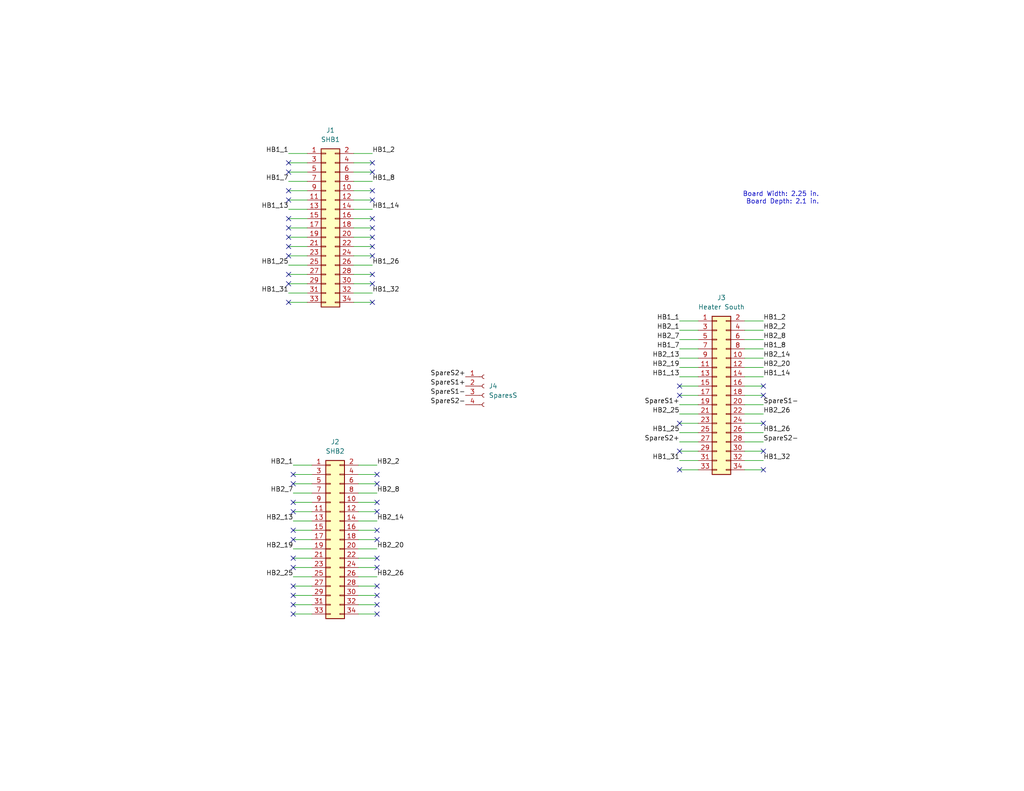
<source format=kicad_sch>
(kicad_sch (version 20230121) (generator eeschema)
  (paper "USLetter")
  (title_block (title "Heater Pass Through North") (rev "A") (company "The Ohio State University"))
  (lib_symbols
    (symbol "Connector:Conn_01x04_Socket" (pin_names (offset 1.016) hide)
      (property "Reference" "J" (at 0 5.08 0))
      (property "Value" "Conn_01x04_Socket" (at 0 -7.62 0))
      (symbol "Conn_01x04_Socket_1_1"
        (arc (start 0 -4.572) (mid -0.5058 -5.08) (end 0 -5.588) (stroke (width 0.1524)))
        (arc (start 0 -2.032) (mid -0.5058 -2.54) (end 0 -3.048) (stroke (width 0.1524)))
        (polyline (pts (xy -1.27 -5.08) (xy -0.508 -5.08)) (stroke (width 0.1524)))
        (polyline (pts (xy -1.27 -2.54) (xy -0.508 -2.54)) (stroke (width 0.1524)))
        (polyline (pts (xy -1.27 0) (xy -0.508 0)) (stroke (width 0.1524)))
        (polyline (pts (xy -1.27 2.54) (xy -0.508 2.54)) (stroke (width 0.1524)))
        (arc (start 0 0.508) (mid -0.5058 0) (end 0 -0.508) (stroke (width 0.1524)))
        (arc (start 0 3.048) (mid -0.5058 2.54) (end 0 2.032) (stroke (width 0.1524)))
        (pin passive line (at -5.08 2.54 0) (length 3.81) (name "Pin_1") (number "1"))
        (pin passive line (at -5.08 0 0) (length 3.81) (name "Pin_2") (number "2"))
        (pin passive line (at -5.08 -2.54 0) (length 3.81) (name "Pin_3") (number "3"))
        (pin passive line (at -5.08 -5.08 0) (length 3.81) (name "Pin_4") (number "4"))
      )
    )
    (symbol "Connector_Generic:Conn_02x17_Odd_Even" (pin_names (offset 1.016) hide)
      (property "Reference" "J" (at 1.27 22.86 0))
      (property "Value" "Conn_02x17_Odd_Even" (at 1.27 -22.86 0))
      (symbol "Conn_02x17_Odd_Even_1_1"
        (rectangle (start -1.27 -20.193) (end 0 -20.447) (stroke (width 0.1524)))
        (rectangle (start -1.27 -17.653) (end 0 -17.907) (stroke (width 0.1524)))
        (rectangle (start -1.27 -15.113) (end 0 -15.367) (stroke (width 0.1524)))
        (rectangle (start -1.27 -12.573) (end 0 -12.827) (stroke (width 0.1524)))
        (rectangle (start -1.27 -10.033) (end 0 -10.287) (stroke (width 0.1524)))
        (rectangle (start -1.27 -7.493) (end 0 -7.747) (stroke (width 0.1524)))
        (rectangle (start -1.27 -4.953) (end 0 -5.207) (stroke (width 0.1524)))
        (rectangle (start -1.27 -2.413) (end 0 -2.667) (stroke (width 0.1524)))
        (rectangle (start -1.27 0.127) (end 0 -0.127) (stroke (width 0.1524)))
        (rectangle (start -1.27 2.667) (end 0 2.413) (stroke (width 0.1524)))
        (rectangle (start -1.27 5.207) (end 0 4.953) (stroke (width 0.1524)))
        (rectangle (start -1.27 7.747) (end 0 7.493) (stroke (width 0.1524)))
        (rectangle (start -1.27 10.287) (end 0 10.033) (stroke (width 0.1524)))
        (rectangle (start -1.27 12.827) (end 0 12.573) (stroke (width 0.1524)))
        (rectangle (start -1.27 15.367) (end 0 15.113) (stroke (width 0.1524)))
        (rectangle (start -1.27 17.907) (end 0 17.653) (stroke (width 0.1524)))
        (rectangle (start -1.27 20.447) (end 0 20.193) (stroke (width 0.1524)))
        (rectangle (start -1.27 21.59) (end 3.81 -21.59) (stroke (width 0.254)) (fill (type background)))
        (rectangle (start 3.81 -20.193) (end 2.54 -20.447) (stroke (width 0.1524)))
        (rectangle (start 3.81 -17.653) (end 2.54 -17.907) (stroke (width 0.1524)))
        (rectangle (start 3.81 -15.113) (end 2.54 -15.367) (stroke (width 0.1524)))
        (rectangle (start 3.81 -12.573) (end 2.54 -12.827) (stroke (width 0.1524)))
        (rectangle (start 3.81 -10.033) (end 2.54 -10.287) (stroke (width 0.1524)))
        (rectangle (start 3.81 -7.493) (end 2.54 -7.747) (stroke (width 0.1524)))
        (rectangle (start 3.81 -4.953) (end 2.54 -5.207) (stroke (width 0.1524)))
        (rectangle (start 3.81 -2.413) (end 2.54 -2.667) (stroke (width 0.1524)))
        (rectangle (start 3.81 0.127) (end 2.54 -0.127) (stroke (width 0.1524)))
        (rectangle (start 3.81 2.667) (end 2.54 2.413) (stroke (width 0.1524)))
        (rectangle (start 3.81 5.207) (end 2.54 4.953) (stroke (width 0.1524)))
        (rectangle (start 3.81 7.747) (end 2.54 7.493) (stroke (width 0.1524)))
        (rectangle (start 3.81 10.287) (end 2.54 10.033) (stroke (width 0.1524)))
        (rectangle (start 3.81 12.827) (end 2.54 12.573) (stroke (width 0.1524)))
        (rectangle (start 3.81 15.367) (end 2.54 15.113) (stroke (width 0.1524)))
        (rectangle (start 3.81 17.907) (end 2.54 17.653) (stroke (width 0.1524)))
        (rectangle (start 3.81 20.447) (end 2.54 20.193) (stroke (width 0.1524)))
        (pin passive line (at -5.08 20.32 0) (length 3.81) (name "Pin_1") (number "1"))
        (pin passive line (at 7.62 10.16 180) (length 3.81) (name "Pin_10") (number "10"))
        (pin passive line (at -5.08 7.62 0) (length 3.81) (name "Pin_11") (number "11"))
        (pin passive line (at 7.62 7.62 180) (length 3.81) (name "Pin_12") (number "12"))
        (pin passive line (at -5.08 5.08 0) (length 3.81) (name "Pin_13") (number "13"))
        (pin passive line (at 7.62 5.08 180) (length 3.81) (name "Pin_14") (number "14"))
        (pin passive line (at -5.08 2.54 0) (length 3.81) (name "Pin_15") (number "15"))
        (pin passive line (at 7.62 2.54 180) (length 3.81) (name "Pin_16") (number "16"))
        (pin passive line (at -5.08 0 0) (length 3.81) (name "Pin_17") (number "17"))
        (pin passive line (at 7.62 0 180) (length 3.81) (name "Pin_18") (number "18"))
        (pin passive line (at -5.08 -2.54 0) (length 3.81) (name "Pin_19") (number "19"))
        (pin passive line (at 7.62 20.32 180) (length 3.81) (name "Pin_2") (number "2"))
        (pin passive line (at 7.62 -2.54 180) (length 3.81) (name "Pin_20") (number "20"))
        (pin passive line (at -5.08 -5.08 0) (length 3.81) (name "Pin_21") (number "21"))
        (pin passive line (at 7.62 -5.08 180) (length 3.81) (name "Pin_22") (number "22"))
        (pin passive line (at -5.08 -7.62 0) (length 3.81) (name "Pin_23") (number "23"))
        (pin passive line (at 7.62 -7.62 180) (length 3.81) (name "Pin_24") (number "24"))
        (pin passive line (at -5.08 -10.16 0) (length 3.81) (name "Pin_25") (number "25"))
        (pin passive line (at 7.62 -10.16 180) (length 3.81) (name "Pin_26") (number "26"))
        (pin passive line (at -5.08 -12.7 0) (length 3.81) (name "Pin_27") (number "27"))
        (pin passive line (at 7.62 -12.7 180) (length 3.81) (name "Pin_28") (number "28"))
        (pin passive line (at -5.08 -15.24 0) (length 3.81) (name "Pin_29") (number "29"))
        (pin passive line (at -5.08 17.78 0) (length 3.81) (name "Pin_3") (number "3"))
        (pin passive line (at 7.62 -15.24 180) (length 3.81) (name "Pin_30") (number "30"))
        (pin passive line (at -5.08 -17.78 0) (length 3.81) (name "Pin_31") (number "31"))
        (pin passive line (at 7.62 -17.78 180) (length 3.81) (name "Pin_32") (number "32"))
        (pin passive line (at -5.08 -20.32 0) (length 3.81) (name "Pin_33") (number "33"))
        (pin passive line (at 7.62 -20.32 180) (length 3.81) (name "Pin_34") (number "34"))
        (pin passive line (at 7.62 17.78 180) (length 3.81) (name "Pin_4") (number "4"))
        (pin passive line (at -5.08 15.24 0) (length 3.81) (name "Pin_5") (number "5"))
        (pin passive line (at 7.62 15.24 180) (length 3.81) (name "Pin_6") (number "6"))
        (pin passive line (at -5.08 12.7 0) (length 3.81) (name "Pin_7") (number "7"))
        (pin passive line (at 7.62 12.7 180) (length 3.81) (name "Pin_8") (number "8"))
        (pin passive line (at -5.08 10.16 0) (length 3.81) (name "Pin_9") (number "9"))
      )
    )
  )
  (no_connect (at 101.6 77.47))
  (no_connect (at 78.74 69.85))
  (no_connect (at 78.74 52.07))
  (no_connect (at 101.6 44.45))
  (no_connect (at 101.6 46.99))
  (no_connect (at 78.74 44.45))
  (no_connect (at 78.74 46.99))
  (no_connect (at 101.6 52.07))
  (no_connect (at 101.6 54.61))
  (no_connect (at 78.74 54.61))
  (no_connect (at 101.6 64.77))
  (no_connect (at 185.42 105.41))
  (no_connect (at 80.01 132.08))
  (no_connect (at 102.87 129.54))
  (no_connect (at 102.87 132.08))
  (no_connect (at 80.01 137.16))
  (no_connect (at 80.01 139.7))
  (no_connect (at 102.87 147.32))
  (no_connect (at 102.87 139.7))
  (no_connect (at 102.87 144.78))
  (no_connect (at 80.01 144.78))
  (no_connect (at 80.01 147.32))
  (no_connect (at 80.01 129.54))
  (no_connect (at 102.87 137.16))
  (no_connect (at 80.01 160.02))
  (no_connect (at 80.01 162.56))
  (no_connect (at 80.01 152.4))
  (no_connect (at 80.01 154.94))
  (no_connect (at 78.74 64.77))
  (no_connect (at 78.74 77.47))
  (no_connect (at 185.42 115.57))
  (no_connect (at 78.74 67.31))
  (no_connect (at 208.28 107.95))
  (no_connect (at 101.6 74.93))
  (no_connect (at 78.74 82.55))
  (no_connect (at 185.42 123.19))
  (no_connect (at 78.74 62.23))
  (no_connect (at 101.6 82.55))
  (no_connect (at 185.42 107.95))
  (no_connect (at 208.28 123.19))
  (no_connect (at 101.6 62.23))
  (no_connect (at 101.6 59.69))
  (no_connect (at 102.87 167.64))
  (no_connect (at 102.87 165.1))
  (no_connect (at 102.87 154.94))
  (no_connect (at 102.87 152.4))
  (no_connect (at 102.87 162.56))
  (no_connect (at 102.87 160.02))
  (no_connect (at 80.01 165.1))
  (no_connect (at 80.01 167.64))
  (no_connect (at 208.28 128.27))
  (no_connect (at 208.28 105.41))
  (no_connect (at 101.6 67.31))
  (no_connect (at 78.74 59.69))
  (no_connect (at 101.6 69.85))
  (no_connect (at 78.74 74.93))
  (no_connect (at 185.42 128.27))
  (no_connect (at 208.28 115.57))
  (wire (pts (xy 80.01 152.4) (xy 85.09 152.4)))
  (wire (pts (xy 185.42 125.73) (xy 190.5 125.73)))
  (wire (pts (xy 203.2 87.63) (xy 208.28 87.63)))
  (wire (pts (xy 80.01 142.24) (xy 85.09 142.24)))
  (wire (pts (xy 80.01 139.7) (xy 85.09 139.7)))
  (wire (pts (xy 185.42 90.17) (xy 190.5 90.17)))
  (wire (pts (xy 80.01 134.62) (xy 85.09 134.62)))
  (wire (pts (xy 80.01 157.48) (xy 85.09 157.48)))
  (wire (pts (xy 97.79 154.94) (xy 102.87 154.94)))
  (wire (pts (xy 96.52 69.85) (xy 101.6 69.85)))
  (wire (pts (xy 97.79 132.08) (xy 102.87 132.08)))
  (wire (pts (xy 185.42 95.25) (xy 190.5 95.25)))
  (wire (pts (xy 78.74 46.99) (xy 83.82 46.99)))
  (wire (pts (xy 80.01 137.16) (xy 85.09 137.16)))
  (wire (pts (xy 80.01 129.54) (xy 85.09 129.54)))
  (wire (pts (xy 78.74 74.93) (xy 83.82 74.93)))
  (wire (pts (xy 78.74 67.31) (xy 83.82 67.31)))
  (wire (pts (xy 185.42 118.11) (xy 190.5 118.11)))
  (wire (pts (xy 78.74 59.69) (xy 83.82 59.69)))
  (wire (pts (xy 203.2 105.41) (xy 208.28 105.41)))
  (wire (pts (xy 185.42 107.95) (xy 190.5 107.95)))
  (wire (pts (xy 80.01 154.94) (xy 85.09 154.94)))
  (wire (pts (xy 80.01 127) (xy 85.09 127)))
  (wire (pts (xy 185.42 105.41) (xy 190.5 105.41)))
  (wire (pts (xy 203.2 123.19) (xy 208.28 123.19)))
  (wire (pts (xy 97.79 134.62) (xy 102.87 134.62)))
  (wire (pts (xy 96.52 54.61) (xy 101.6 54.61)))
  (wire (pts (xy 203.2 102.87) (xy 208.28 102.87)))
  (wire (pts (xy 185.42 115.57) (xy 190.5 115.57)))
  (wire (pts (xy 203.2 115.57) (xy 208.28 115.57)))
  (wire (pts (xy 96.52 72.39) (xy 101.6 72.39)))
  (wire (pts (xy 203.2 97.79) (xy 208.28 97.79)))
  (wire (pts (xy 203.2 113.03) (xy 208.28 113.03)))
  (wire (pts (xy 78.74 82.55) (xy 83.82 82.55)))
  (wire (pts (xy 96.52 49.53) (xy 101.6 49.53)))
  (wire (pts (xy 96.52 44.45) (xy 101.6 44.45)))
  (wire (pts (xy 185.42 102.87) (xy 190.5 102.87)))
  (wire (pts (xy 78.74 77.47) (xy 83.82 77.47)))
  (wire (pts (xy 203.2 90.17) (xy 208.28 90.17)))
  (wire (pts (xy 78.74 62.23) (xy 83.82 62.23)))
  (wire (pts (xy 185.42 100.33) (xy 190.5 100.33)))
  (wire (pts (xy 80.01 160.02) (xy 85.09 160.02)))
  (wire (pts (xy 96.52 62.23) (xy 101.6 62.23)))
  (wire (pts (xy 185.42 113.03) (xy 190.5 113.03)))
  (wire (pts (xy 80.01 162.56) (xy 85.09 162.56)))
  (wire (pts (xy 97.79 165.1) (xy 102.87 165.1)))
  (wire (pts (xy 96.52 74.93) (xy 101.6 74.93)))
  (wire (pts (xy 96.52 77.47) (xy 101.6 77.47)))
  (wire (pts (xy 78.74 57.15) (xy 83.82 57.15)))
  (wire (pts (xy 97.79 144.78) (xy 102.87 144.78)))
  (wire (pts (xy 78.74 49.53) (xy 83.82 49.53)))
  (wire (pts (xy 96.52 80.01) (xy 101.6 80.01)))
  (wire (pts (xy 78.74 52.07) (xy 83.82 52.07)))
  (wire (pts (xy 203.2 110.49) (xy 208.28 110.49)))
  (wire (pts (xy 97.79 137.16) (xy 102.87 137.16)))
  (wire (pts (xy 78.74 54.61) (xy 83.82 54.61)))
  (wire (pts (xy 80.01 149.86) (xy 85.09 149.86)))
  (wire (pts (xy 80.01 165.1) (xy 85.09 165.1)))
  (wire (pts (xy 97.79 139.7) (xy 102.87 139.7)))
  (wire (pts (xy 78.74 44.45) (xy 83.82 44.45)))
  (wire (pts (xy 78.74 72.39) (xy 83.82 72.39)))
  (wire (pts (xy 97.79 160.02) (xy 102.87 160.02)))
  (wire (pts (xy 203.2 92.71) (xy 208.28 92.71)))
  (wire (pts (xy 78.74 80.01) (xy 83.82 80.01)))
  (wire (pts (xy 97.79 142.24) (xy 102.87 142.24)))
  (wire (pts (xy 96.52 41.91) (xy 101.6 41.91)))
  (wire (pts (xy 80.01 132.08) (xy 85.09 132.08)))
  (wire (pts (xy 203.2 120.65) (xy 208.28 120.65)))
  (wire (pts (xy 203.2 95.25) (xy 208.28 95.25)))
  (wire (pts (xy 185.42 97.79) (xy 190.5 97.79)))
  (wire (pts (xy 78.74 64.77) (xy 83.82 64.77)))
  (wire (pts (xy 80.01 167.64) (xy 85.09 167.64)))
  (wire (pts (xy 185.42 120.65) (xy 190.5 120.65)))
  (wire (pts (xy 97.79 152.4) (xy 102.87 152.4)))
  (wire (pts (xy 185.42 123.19) (xy 190.5 123.19)))
  (wire (pts (xy 96.52 46.99) (xy 101.6 46.99)))
  (wire (pts (xy 203.2 118.11) (xy 208.28 118.11)))
  (wire (pts (xy 78.74 41.91) (xy 83.82 41.91)))
  (wire (pts (xy 97.79 149.86) (xy 102.87 149.86)))
  (wire (pts (xy 203.2 107.95) (xy 208.28 107.95)))
  (wire (pts (xy 97.79 147.32) (xy 102.87 147.32)))
  (wire (pts (xy 80.01 144.78) (xy 85.09 144.78)))
  (wire (pts (xy 185.42 92.71) (xy 190.5 92.71)))
  (wire (pts (xy 96.52 82.55) (xy 101.6 82.55)))
  (wire (pts (xy 185.42 110.49) (xy 190.5 110.49)))
  (wire (pts (xy 203.2 128.27) (xy 208.28 128.27)))
  (wire (pts (xy 97.79 157.48) (xy 102.87 157.48)))
  (wire (pts (xy 203.2 125.73) (xy 208.28 125.73)))
  (wire (pts (xy 203.2 100.33) (xy 208.28 100.33)))
  (wire (pts (xy 96.52 67.31) (xy 101.6 67.31)))
  (wire (pts (xy 96.52 57.15) (xy 101.6 57.15)))
  (wire (pts (xy 97.79 127) (xy 102.87 127)))
  (wire (pts (xy 96.52 64.77) (xy 101.6 64.77)))
  (wire (pts (xy 185.42 128.27) (xy 190.5 128.27)))
  (wire (pts (xy 80.01 147.32) (xy 85.09 147.32)))
  (wire (pts (xy 185.42 87.63) (xy 190.5 87.63)))
  (wire (pts (xy 97.79 167.64) (xy 102.87 167.64)))
  (wire (pts (xy 96.52 52.07) (xy 101.6 52.07)))
  (wire (pts (xy 78.74 69.85) (xy 83.82 69.85)))
  (wire (pts (xy 96.52 59.69) (xy 101.6 59.69)))
  (wire (pts (xy 97.79 162.56) (xy 102.87 162.56)))
  (wire (pts (xy 97.79 129.54) (xy 102.87 129.54)))
  (text "Board Width: 2.25 in.\nBoard Depth: 2.1 in." (at 223.52 55.88 0) (effects (font (size 1.27 1.27)) (justify right bottom)))
  (label "HB2_14" (at 102.87 142.24 0))
  (label "HB2_1" (at 80.01 127 180))
  (label "HB2_13" (at 80.01 142.24 180))
  (label "HB1_13" (at 185.42 102.87 180))
  (label "HB1_25" (at 78.74 72.39 180))
  (label "HB1_32" (at 208.28 125.73 0))
  (label "HB1_25" (at 185.42 118.11 180))
  (label "HB1_13" (at 78.74 57.15 180))
  (label "HB2_25" (at 80.01 157.48 180))
  (label "HB2_7" (at 80.01 134.62 180))
  (label "HB1_31" (at 185.42 125.73 180))
  (label "HB2_1" (at 185.42 90.17 180))
  (label "HB1_1" (at 78.74 41.91 180))
  (label "HB1_26" (at 208.28 118.11 0))
  (label "HB1_14" (at 101.6 57.15 0))
  (label "HB1_1" (at 185.42 87.63 180))
  (label "SpareS2-" (at 127 110.49 180))
  (label "HB1_32" (at 101.6 80.01 0))
  (label "HB2_25" (at 185.42 113.03 180))
  (label "HB2_26" (at 208.28 113.03 0))
  (label "HB2_7" (at 185.42 92.71 180))
  (label "HB2_13" (at 185.42 97.79 180))
  (label "HB1_7" (at 78.74 49.53 180))
  (label "SpareS1+" (at 185.42 110.49 180))
  (label "HB2_20" (at 208.28 100.33 0))
  (label "HB1_2" (at 208.28 87.63 0))
  (label "SpareS1+" (at 127 105.41 180))
  (label "SpareS2+" (at 185.42 120.65 180))
  (label "HB1_31" (at 78.74 80.01 180))
  (label "HB1_26" (at 101.6 72.39 0))
  (label "HB2_26" (at 102.87 157.48 0))
  (label "HB2_2" (at 102.87 127 0))
  (label "HB2_19" (at 185.42 100.33 180))
  (label "SpareS2-" (at 208.28 120.65 0))
  (label "SpareS2+" (at 127 102.87 180))
  (label "HB1_2" (at 101.6 41.91 0))
  (label "HB1_14" (at 208.28 102.87 0))
  (label "HB1_7" (at 185.42 95.25 180))
  (label "HB2_2" (at 208.28 90.17 0))
  (label "HB2_20" (at 102.87 149.86 0))
  (label "HB1_8" (at 208.28 95.25 0))
  (label "HB2_19" (at 80.01 149.86 180))
  (label "SpareS1-" (at 208.28 110.49 0))
  (label "HB2_8" (at 102.87 134.62 0))
  (label "HB2_14" (at 208.28 97.79 0))
  (label "HB1_8" (at 101.6 49.53 0))
  (label "SpareS1-" (at 127 107.95 180))
  (label "HB2_8" (at 208.28 92.71 0))
  (symbol (lib_id "Connector:Conn_01x04_Socket") (at 132.08 105.41 0) (unit 1)
    (property "Reference" "J4" (at 133.35 105.41 0) (effects (justify left)))
    (property "Value" "SparesS" (at 133.35 107.95 0) (effects (justify left)))
    (property "Footprint" "Connector_Molex:Molex_Micro-Fit_3.0_43045-0400_2x02_P3.00mm_Horizontal" (effects hide))
  )
  (symbol (lib_id "Connector_Generic:Conn_02x17_Odd_Even") (at 195.58 107.95 0) (unit 1)
    (property "Reference" "J3" (at 196.85 81.28 0))
    (property "Value" "Heater South" (at 196.85 83.82 0))
    (property "Footprint" "HELIX:HELIX_DCT_ICDconnector34pin_corrected" (effects hide))
  )
  (symbol (lib_id "Connector_Generic:Conn_02x17_Odd_Even") (at 88.9 62.23 0) (unit 1)
    (property "Reference" "J1" (at 90.17 35.56 0))
    (property "Value" "SHB1" (at 90.17 38.1 0))
    (property "Footprint" "HELIX:HELIX_DCT_ICDconnector34pin_corrected" (effects hide))
  )
  (symbol (lib_id "Connector_Generic:Conn_02x17_Odd_Even") (at 90.17 147.32 0) (unit 1)
    (property "Reference" "J2" (at 91.44 120.65 0))
    (property "Value" "SHB2" (at 91.44 123.19 0))
    (property "Footprint" "HELIX:HELIX_DCT_ICDconnector34pin_corrected" (effects hide))
  )
)
</source>
